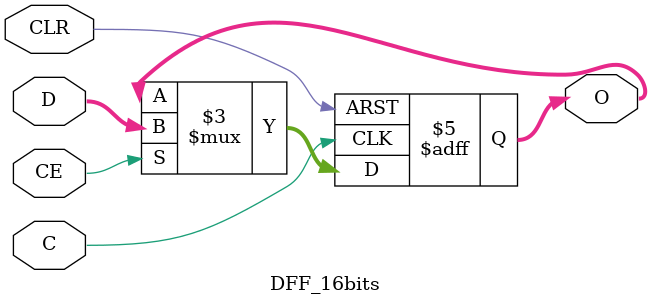
<source format=v>
`timescale 1ns / 1ps
module DFF_16bits
#(parameter N=16)(
input [N-1:0] D,
input C, CE, CLR,
output reg [N-1:0] O);

always @(posedge C or posedge CLR) begin
	if (CLR) 
	    O <= {N{1'b0}};
	else if (CE)
	    O <= D;
	else
	    O <= O;
end

endmodule

</source>
